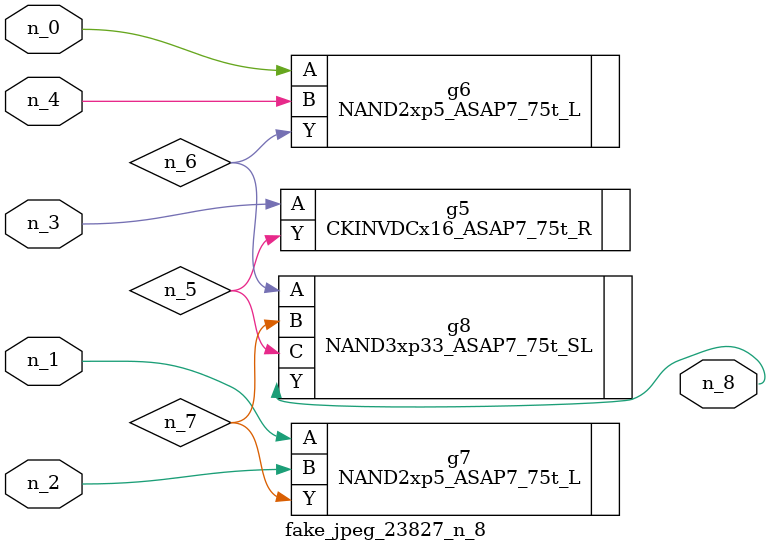
<source format=v>
module fake_jpeg_23827_n_8 (n_3, n_2, n_1, n_0, n_4, n_8);

input n_3;
input n_2;
input n_1;
input n_0;
input n_4;

output n_8;

wire n_6;
wire n_5;
wire n_7;

CKINVDCx16_ASAP7_75t_R g5 ( 
.A(n_3),
.Y(n_5)
);

NAND2xp5_ASAP7_75t_L g6 ( 
.A(n_0),
.B(n_4),
.Y(n_6)
);

NAND2xp5_ASAP7_75t_L g7 ( 
.A(n_1),
.B(n_2),
.Y(n_7)
);

NAND3xp33_ASAP7_75t_SL g8 ( 
.A(n_6),
.B(n_7),
.C(n_5),
.Y(n_8)
);


endmodule
</source>
